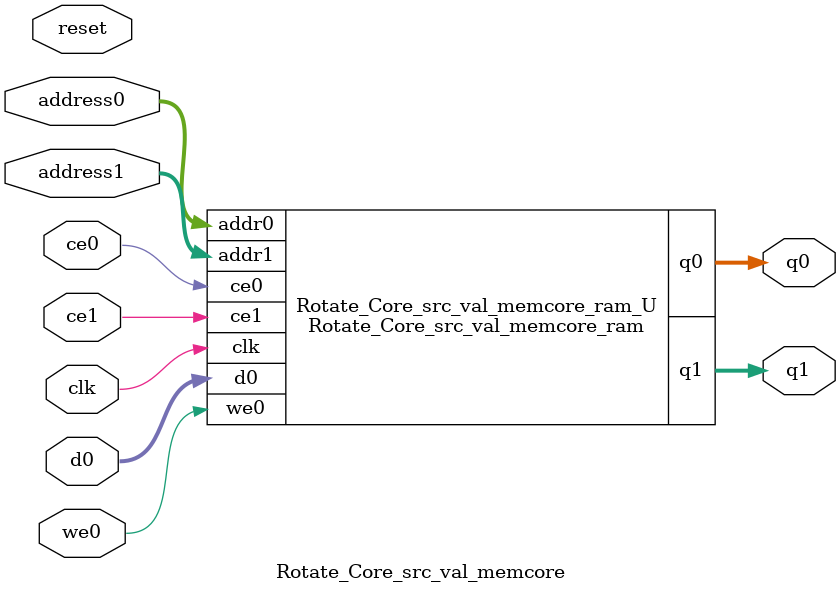
<source format=v>

`timescale 1 ns / 1 ps
module Rotate_Core_src_val_memcore_ram (addr0, ce0, d0, we0, q0, addr1, ce1, q1,  clk);

parameter DWIDTH = 8;
parameter AWIDTH = 16;
parameter MEM_SIZE = 65536;

input[AWIDTH-1:0] addr0;
input ce0;
input[DWIDTH-1:0] d0;
input we0;
output reg[DWIDTH-1:0] q0;
input[AWIDTH-1:0] addr1;
input ce1;
output reg[DWIDTH-1:0] q1;
input clk;

(* ram_style = "block" *)reg [DWIDTH-1:0] ram[0:MEM_SIZE-1];




always @(posedge clk)  
begin 
    if (ce0) 
    begin
        if (we0) 
        begin 
            ram[addr0] <= d0; 
            q0 <= d0;
        end 
        else 
            q0 <= ram[addr0];
    end
end


always @(posedge clk)  
begin 
    if (ce1) 
    begin
            q1 <= ram[addr1];
    end
end


endmodule


`timescale 1 ns / 1 ps
module Rotate_Core_src_val_memcore(
    reset,
    clk,
    address0,
    ce0,
    we0,
    d0,
    q0,
    address1,
    ce1,
    q1);

parameter DataWidth = 32'd8;
parameter AddressRange = 32'd65536;
parameter AddressWidth = 32'd16;
input reset;
input clk;
input[AddressWidth - 1:0] address0;
input ce0;
input we0;
input[DataWidth - 1:0] d0;
output[DataWidth - 1:0] q0;
input[AddressWidth - 1:0] address1;
input ce1;
output[DataWidth - 1:0] q1;



Rotate_Core_src_val_memcore_ram Rotate_Core_src_val_memcore_ram_U(
    .clk( clk ),
    .addr0( address0 ),
    .ce0( ce0 ),
    .we0( we0 ),
    .d0( d0 ),
    .q0( q0 ),
    .addr1( address1 ),
    .ce1( ce1 ),
    .q1( q1 ));

endmodule


</source>
